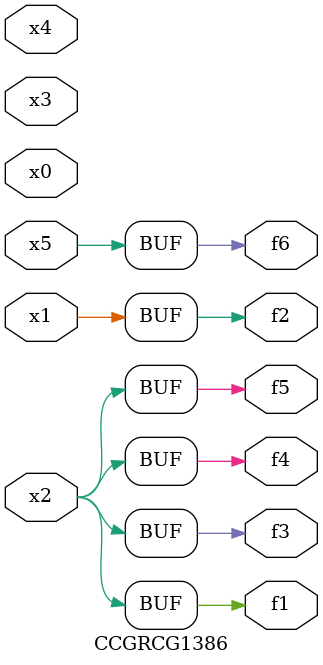
<source format=v>
module CCGRCG1386(
	input x0, x1, x2, x3, x4, x5,
	output f1, f2, f3, f4, f5, f6
);
	assign f1 = x2;
	assign f2 = x1;
	assign f3 = x2;
	assign f4 = x2;
	assign f5 = x2;
	assign f6 = x5;
endmodule

</source>
